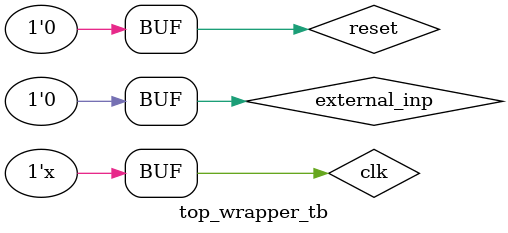
<source format=v>
`timescale 1ns / 1ps

module top_wrapper_tb;

    //input
    reg clk,reset;
    reg external_inp;
    wire [15:0]out;
    
    clk_top_wrapper inst_(out,reset,clk,external_inp);
    
    initial begin 
        clk=0;
        reset=1;
        external_inp = 0;
        #5 reset = 0;
    end
        
    always #5 clk=~clk;
    
endmodule

</source>
